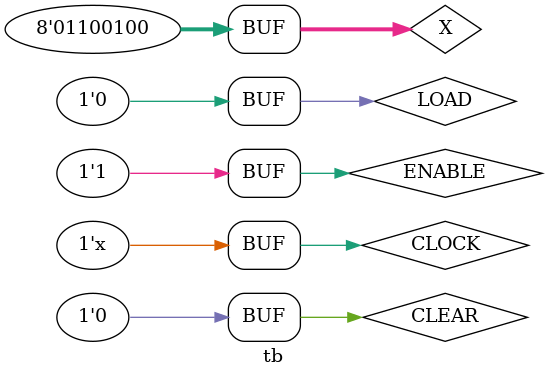
<source format=v>
module tb ;

parameter reg_size = 8;
reg [reg_size - 1 : 0] X;
reg LOAD, CLOCK, CLEAR, ENABLE ; 
wire [reg_size - 1 : 0] Y;

tri_s_buff #(reg_size) tsb(Y, X, LOAD, CLOCK, CLEAR, ENABLE);

always
begin 
    #5 CLOCK = ~CLOCK ;
end

initial
begin 
    LOAD = 0 ;
    ENABLE = 0 ;
    CLEAR = 1 ;
    CLOCK = 0;
    X = 100 ;

    #10 CLEAR = 0 ;
    #2 LOAD = 1 ; 
    #10 LOAD = 0 ; 
    #60 ENABLE = 1 ;
end 
endmodule 
</source>
